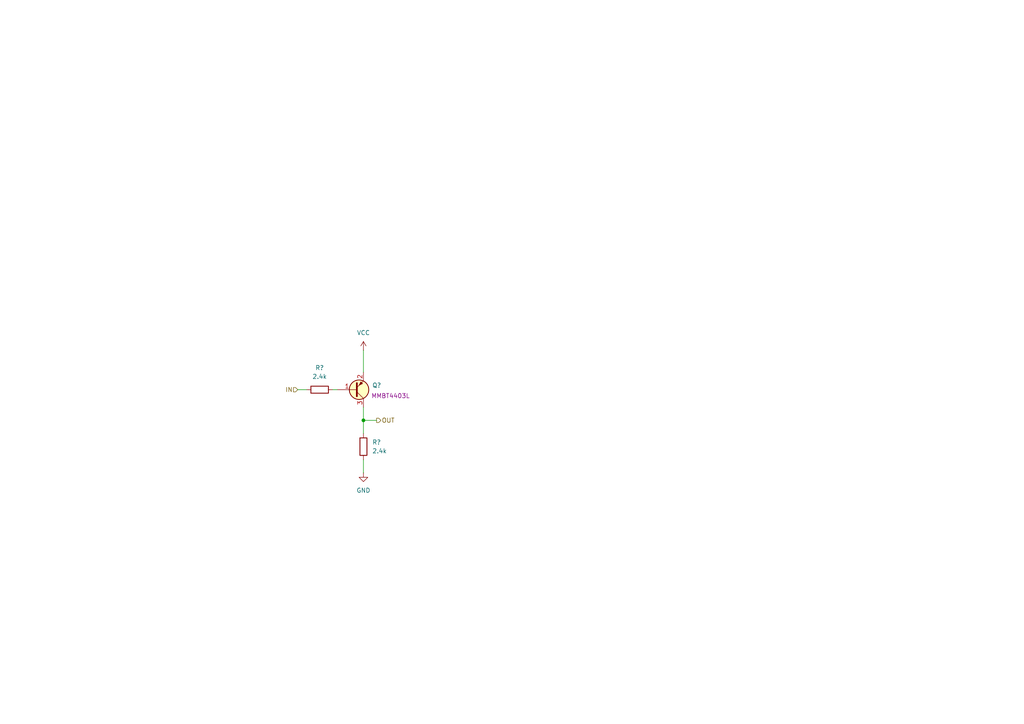
<source format=kicad_sch>
(kicad_sch
	(version 20250114)
	(generator "eeschema")
	(generator_version "9.0")
	(uuid "9040d574-db2f-487b-b70b-85109e1ae05c")
	(paper "A4")
	(lib_symbols
		(symbol "Resistor_AKL:R_0603"
			(pin_numbers
				(hide yes)
			)
			(pin_names
				(offset 0)
			)
			(exclude_from_sim no)
			(in_bom yes)
			(on_board yes)
			(property "Reference" "R"
				(at 2.54 1.27 0)
				(effects
					(font
						(size 1.27 1.27)
					)
					(justify left)
				)
			)
			(property "Value" "R_0603"
				(at 2.54 -1.27 0)
				(effects
					(font
						(size 1.27 1.27)
					)
					(justify left)
				)
			)
			(property "Footprint" "Resistor_SMD_AKL:R_0603_1608Metric"
				(at 0 -11.43 0)
				(effects
					(font
						(size 1.27 1.27)
					)
					(hide yes)
				)
			)
			(property "Datasheet" "~"
				(at 0 0 0)
				(effects
					(font
						(size 1.27 1.27)
					)
					(hide yes)
				)
			)
			(property "Description" "SMD 0603 Chip Resistor, European Symbol, Alternate KiCad Library"
				(at 0 0 0)
				(effects
					(font
						(size 1.27 1.27)
					)
					(hide yes)
				)
			)
			(property "ki_keywords" "R res resistor eu SMD 0603"
				(at 0 0 0)
				(effects
					(font
						(size 1.27 1.27)
					)
					(hide yes)
				)
			)
			(property "ki_fp_filters" "R_*"
				(at 0 0 0)
				(effects
					(font
						(size 1.27 1.27)
					)
					(hide yes)
				)
			)
			(symbol "R_0603_0_1"
				(rectangle
					(start -1.016 2.54)
					(end 1.016 -2.54)
					(stroke
						(width 0.254)
						(type default)
					)
					(fill
						(type none)
					)
				)
			)
			(symbol "R_0603_0_2"
				(polyline
					(pts
						(xy -2.54 -2.54) (xy -1.524 -1.524)
					)
					(stroke
						(width 0)
						(type default)
					)
					(fill
						(type none)
					)
				)
				(polyline
					(pts
						(xy 1.524 1.524) (xy 2.54 2.54)
					)
					(stroke
						(width 0)
						(type default)
					)
					(fill
						(type none)
					)
				)
				(polyline
					(pts
						(xy 1.524 1.524) (xy 0.889 2.159) (xy -2.159 -0.889) (xy -0.889 -2.159) (xy 2.159 0.889) (xy 1.524 1.524)
					)
					(stroke
						(width 0.254)
						(type default)
					)
					(fill
						(type none)
					)
				)
			)
			(symbol "R_0603_1_1"
				(pin passive line
					(at 0 3.81 270)
					(length 1.27)
					(name "~"
						(effects
							(font
								(size 1.27 1.27)
							)
						)
					)
					(number "1"
						(effects
							(font
								(size 1.27 1.27)
							)
						)
					)
				)
				(pin passive line
					(at 0 -3.81 90)
					(length 1.27)
					(name "~"
						(effects
							(font
								(size 1.27 1.27)
							)
						)
					)
					(number "2"
						(effects
							(font
								(size 1.27 1.27)
							)
						)
					)
				)
			)
			(symbol "R_0603_1_2"
				(pin passive line
					(at -2.54 -2.54 0)
					(length 0)
					(name ""
						(effects
							(font
								(size 1.27 1.27)
							)
						)
					)
					(number "2"
						(effects
							(font
								(size 1.27 1.27)
							)
						)
					)
				)
				(pin passive line
					(at 2.54 2.54 180)
					(length 0)
					(name ""
						(effects
							(font
								(size 1.27 1.27)
							)
						)
					)
					(number "1"
						(effects
							(font
								(size 1.27 1.27)
							)
						)
					)
				)
			)
			(embedded_fonts no)
		)
		(symbol "Transistor_BJT_AKL:2SA2018"
			(pin_names
				(hide yes)
			)
			(exclude_from_sim no)
			(in_bom yes)
			(on_board yes)
			(property "Reference" "Q"
				(at 5.08 1.27 0)
				(effects
					(font
						(size 1.27 1.27)
					)
					(justify left)
				)
			)
			(property "Value" "2SA2018"
				(at 5.08 -1.27 0)
				(effects
					(font
						(size 1.27 1.27)
					)
					(justify left)
				)
			)
			(property "Footprint" "Package_TO_SOT_SMD_AKL:SOT-416"
				(at 5.08 -2.54 0)
				(effects
					(font
						(size 1.27 1.27)
					)
					(hide yes)
				)
			)
			(property "Datasheet" "https://www.tme.eu/Document/8bbe87b96a6ee2683f1239fbf67f0559/2sa2018tl-e.pdf"
				(at 0 0 0)
				(effects
					(font
						(size 1.27 1.27)
					)
					(hide yes)
				)
			)
			(property "Description" "PNP SOT-416 transistor, 12V, 500mA, 150mW, Alternate KiCAD Library"
				(at 0 0 0)
				(effects
					(font
						(size 1.27 1.27)
					)
					(hide yes)
				)
			)
			(property "ki_keywords" "transistor PNP 2SA2018"
				(at 0 0 0)
				(effects
					(font
						(size 1.27 1.27)
					)
					(hide yes)
				)
			)
			(symbol "2SA2018_0_1"
				(polyline
					(pts
						(xy 0.635 0.635) (xy 2.54 2.54) (xy 2.54 2.54)
					)
					(stroke
						(width 0)
						(type default)
					)
					(fill
						(type none)
					)
				)
				(polyline
					(pts
						(xy 0.635 -0.635) (xy 2.54 -2.54)
					)
					(stroke
						(width 0)
						(type default)
					)
					(fill
						(type none)
					)
				)
				(polyline
					(pts
						(xy 0.635 -1.905) (xy 0.635 1.905) (xy 0.635 1.905)
					)
					(stroke
						(width 0.508)
						(type default)
					)
					(fill
						(type none)
					)
				)
				(circle
					(center 1.27 0)
					(radius 2.8194)
					(stroke
						(width 0.254)
						(type default)
					)
					(fill
						(type background)
					)
				)
				(polyline
					(pts
						(xy 2.286 1.778) (xy 1.778 2.286) (xy 1.27 1.27) (xy 2.286 1.778) (xy 2.286 1.778)
					)
					(stroke
						(width 0)
						(type default)
					)
					(fill
						(type outline)
					)
				)
			)
			(symbol "2SA2018_1_1"
				(pin input line
					(at -5.08 0 0)
					(length 5.715)
					(name "B"
						(effects
							(font
								(size 1.27 1.27)
							)
						)
					)
					(number "1"
						(effects
							(font
								(size 1.27 1.27)
							)
						)
					)
				)
				(pin passive line
					(at 2.54 5.08 270)
					(length 2.54)
					(name "E"
						(effects
							(font
								(size 1.27 1.27)
							)
						)
					)
					(number "2"
						(effects
							(font
								(size 1.27 1.27)
							)
						)
					)
				)
				(pin passive line
					(at 2.54 -5.08 90)
					(length 2.54)
					(name "C"
						(effects
							(font
								(size 1.27 1.27)
							)
						)
					)
					(number "3"
						(effects
							(font
								(size 1.27 1.27)
							)
						)
					)
				)
			)
			(embedded_fonts no)
		)
		(symbol "power:GND"
			(power)
			(pin_numbers
				(hide yes)
			)
			(pin_names
				(offset 0)
				(hide yes)
			)
			(exclude_from_sim no)
			(in_bom yes)
			(on_board yes)
			(property "Reference" "#PWR"
				(at 0 -6.35 0)
				(effects
					(font
						(size 1.27 1.27)
					)
					(hide yes)
				)
			)
			(property "Value" "GND"
				(at 0 -3.81 0)
				(effects
					(font
						(size 1.27 1.27)
					)
				)
			)
			(property "Footprint" ""
				(at 0 0 0)
				(effects
					(font
						(size 1.27 1.27)
					)
					(hide yes)
				)
			)
			(property "Datasheet" ""
				(at 0 0 0)
				(effects
					(font
						(size 1.27 1.27)
					)
					(hide yes)
				)
			)
			(property "Description" "Power symbol creates a global label with name \"GND\" , ground"
				(at 0 0 0)
				(effects
					(font
						(size 1.27 1.27)
					)
					(hide yes)
				)
			)
			(property "ki_keywords" "global power"
				(at 0 0 0)
				(effects
					(font
						(size 1.27 1.27)
					)
					(hide yes)
				)
			)
			(symbol "GND_0_1"
				(polyline
					(pts
						(xy 0 0) (xy 0 -1.27) (xy 1.27 -1.27) (xy 0 -2.54) (xy -1.27 -1.27) (xy 0 -1.27)
					)
					(stroke
						(width 0)
						(type default)
					)
					(fill
						(type none)
					)
				)
			)
			(symbol "GND_1_1"
				(pin power_in line
					(at 0 0 270)
					(length 0)
					(name "~"
						(effects
							(font
								(size 1.27 1.27)
							)
						)
					)
					(number "1"
						(effects
							(font
								(size 1.27 1.27)
							)
						)
					)
				)
			)
			(embedded_fonts no)
		)
		(symbol "power:VCC"
			(power)
			(pin_numbers
				(hide yes)
			)
			(pin_names
				(offset 0)
				(hide yes)
			)
			(exclude_from_sim no)
			(in_bom yes)
			(on_board yes)
			(property "Reference" "#PWR"
				(at 0 -3.81 0)
				(effects
					(font
						(size 1.27 1.27)
					)
					(hide yes)
				)
			)
			(property "Value" "VCC"
				(at 0 3.556 0)
				(effects
					(font
						(size 1.27 1.27)
					)
				)
			)
			(property "Footprint" ""
				(at 0 0 0)
				(effects
					(font
						(size 1.27 1.27)
					)
					(hide yes)
				)
			)
			(property "Datasheet" ""
				(at 0 0 0)
				(effects
					(font
						(size 1.27 1.27)
					)
					(hide yes)
				)
			)
			(property "Description" "Power symbol creates a global label with name \"VCC\""
				(at 0 0 0)
				(effects
					(font
						(size 1.27 1.27)
					)
					(hide yes)
				)
			)
			(property "ki_keywords" "global power"
				(at 0 0 0)
				(effects
					(font
						(size 1.27 1.27)
					)
					(hide yes)
				)
			)
			(symbol "VCC_0_1"
				(polyline
					(pts
						(xy -0.762 1.27) (xy 0 2.54)
					)
					(stroke
						(width 0)
						(type default)
					)
					(fill
						(type none)
					)
				)
				(polyline
					(pts
						(xy 0 2.54) (xy 0.762 1.27)
					)
					(stroke
						(width 0)
						(type default)
					)
					(fill
						(type none)
					)
				)
				(polyline
					(pts
						(xy 0 0) (xy 0 2.54)
					)
					(stroke
						(width 0)
						(type default)
					)
					(fill
						(type none)
					)
				)
			)
			(symbol "VCC_1_1"
				(pin power_in line
					(at 0 0 90)
					(length 0)
					(name "~"
						(effects
							(font
								(size 1.27 1.27)
							)
						)
					)
					(number "1"
						(effects
							(font
								(size 1.27 1.27)
							)
						)
					)
				)
			)
			(embedded_fonts no)
		)
	)
	(junction
		(at 105.41 121.92)
		(diameter 0)
		(color 0 0 0 0)
		(uuid "60ebc018-5a1e-4518-b5a9-c054ec2ee366")
	)
	(wire
		(pts
			(xy 86.36 113.03) (xy 88.9 113.03)
		)
		(stroke
			(width 0)
			(type default)
		)
		(uuid "6f2739bf-c7f4-413a-9138-a355c346b4cc")
	)
	(wire
		(pts
			(xy 96.52 113.03) (xy 97.79 113.03)
		)
		(stroke
			(width 0)
			(type default)
		)
		(uuid "80cdae50-23db-4ca9-a1a1-a89ce5215d35")
	)
	(wire
		(pts
			(xy 105.41 101.6) (xy 105.41 107.95)
		)
		(stroke
			(width 0)
			(type default)
		)
		(uuid "8cf0bbd1-182e-4c24-aca0-9b7e01ed975d")
	)
	(wire
		(pts
			(xy 105.41 121.92) (xy 109.22 121.92)
		)
		(stroke
			(width 0)
			(type default)
		)
		(uuid "91706f22-8b6f-4454-9dc3-1d45bbd07aa4")
	)
	(wire
		(pts
			(xy 105.41 121.92) (xy 105.41 125.73)
		)
		(stroke
			(width 0)
			(type default)
		)
		(uuid "a29a4133-c8e8-462c-a4cd-7c11414cffc7")
	)
	(wire
		(pts
			(xy 105.41 133.35) (xy 105.41 137.16)
		)
		(stroke
			(width 0)
			(type default)
		)
		(uuid "c396fae8-3c37-497b-88fd-55d88d25b480")
	)
	(wire
		(pts
			(xy 105.41 118.11) (xy 105.41 121.92)
		)
		(stroke
			(width 0)
			(type default)
		)
		(uuid "cc1e3286-2e7e-4089-93b4-ca7c35953c6f")
	)
	(hierarchical_label "OUT"
		(shape output)
		(at 109.22 121.92 0)
		(effects
			(font
				(size 1.27 1.27)
			)
			(justify left)
		)
		(uuid "5845735e-205a-4ba6-b640-b0c6f7d2a04b")
	)
	(hierarchical_label "IN"
		(shape input)
		(at 86.36 113.03 180)
		(effects
			(font
				(size 1.27 1.27)
			)
			(justify right)
		)
		(uuid "c1aa8e03-759f-45cc-a266-5668173f2e9f")
	)
	(symbol
		(lib_id "Resistor_AKL:R_0603")
		(at 105.41 129.54 180)
		(unit 1)
		(exclude_from_sim no)
		(in_bom yes)
		(on_board yes)
		(dnp no)
		(fields_autoplaced yes)
		(uuid "3b3e2b88-8da2-457e-8f8b-31414e379104")
		(property "Reference" "R?"
			(at 107.95 128.2699 0)
			(effects
				(font
					(size 1.27 1.27)
				)
				(justify right)
			)
		)
		(property "Value" "2.4k"
			(at 107.95 130.8099 0)
			(effects
				(font
					(size 1.27 1.27)
				)
				(justify right)
			)
		)
		(property "Footprint" "Resistor_SMD_AKL:R_0603_1608Metric"
			(at 105.41 118.11 0)
			(effects
				(font
					(size 1.27 1.27)
				)
				(hide yes)
			)
		)
		(property "Datasheet" "~"
			(at 105.41 129.54 0)
			(effects
				(font
					(size 1.27 1.27)
				)
				(hide yes)
			)
		)
		(property "Description" "SMD 0603 Chip Resistor, European Symbol, Alternate KiCad Library"
			(at 105.41 129.54 0)
			(effects
				(font
					(size 1.27 1.27)
				)
				(hide yes)
			)
		)
		(pin "2"
			(uuid "f61b1b9f-abaf-4858-b792-d2c290d48c41")
		)
		(pin "1"
			(uuid "0dbf69ce-5a90-4d42-beed-e39686111369")
		)
		(instances
			(project "PLC4UNIPCB"
				(path "/20dd9fa8-33e5-4e01-8b4a-8cb5828152c9/ef44eee8-cd41-4527-92e2-6c408c0d0d91/64ab8d6d-059d-42d1-9a2b-2029e05ddd49"
					(reference "R?")
					(unit 1)
				)
				(path "/20dd9fa8-33e5-4e01-8b4a-8cb5828152c9/ef44eee8-cd41-4527-92e2-6c408c0d0d91/a9ebe30d-0033-46ec-b068-5977fa795ffb"
					(reference "R?")
					(unit 1)
				)
			)
		)
	)
	(symbol
		(lib_id "Transistor_BJT_AKL:2SA2018")
		(at 102.87 113.03 0)
		(unit 1)
		(exclude_from_sim no)
		(in_bom yes)
		(on_board yes)
		(dnp no)
		(uuid "730926b7-5626-4d2b-8b78-9e800d43fc9e")
		(property "Reference" "Q?"
			(at 107.95 111.7599 0)
			(effects
				(font
					(size 1.27 1.27)
				)
				(justify left)
			)
		)
		(property "Value" "2SA2018"
			(at 107.95 114.2999 0)
			(effects
				(font
					(size 1.27 1.27)
				)
				(justify left)
				(hide yes)
			)
		)
		(property "Footprint" "Package_TO_SOT_SMD_AKL:SOT-416"
			(at 107.95 115.57 0)
			(effects
				(font
					(size 1.27 1.27)
				)
				(hide yes)
			)
		)
		(property "Datasheet" "https://www.tme.eu/Document/8bbe87b96a6ee2683f1239fbf67f0559/2sa2018tl-e.pdf"
			(at 102.87 113.03 0)
			(effects
				(font
					(size 1.27 1.27)
				)
				(hide yes)
			)
		)
		(property "Description" "PNP SOT-416 transistor, 12V, 500mA, 150mW, Alternate KiCAD Library"
			(at 102.87 113.03 0)
			(effects
				(font
					(size 1.27 1.27)
				)
				(hide yes)
			)
		)
		(property "Part number" "MMBT4403L"
			(at 113.284 114.808 0)
			(effects
				(font
					(size 1.27 1.27)
				)
			)
		)
		(pin "3"
			(uuid "aaae74e0-aaf7-4d5f-9f20-6bb8229d0836")
		)
		(pin "2"
			(uuid "9b259c69-7090-44f8-8a89-4f6e2249eb9e")
		)
		(pin "1"
			(uuid "b7a8a193-e9e1-4cbf-b4f1-6e856897a6e5")
		)
		(instances
			(project "PLC4UNIPCB"
				(path "/20dd9fa8-33e5-4e01-8b4a-8cb5828152c9/ef44eee8-cd41-4527-92e2-6c408c0d0d91/64ab8d6d-059d-42d1-9a2b-2029e05ddd49"
					(reference "Q?")
					(unit 1)
				)
				(path "/20dd9fa8-33e5-4e01-8b4a-8cb5828152c9/ef44eee8-cd41-4527-92e2-6c408c0d0d91/a9ebe30d-0033-46ec-b068-5977fa795ffb"
					(reference "Q?")
					(unit 1)
				)
			)
		)
	)
	(symbol
		(lib_id "Resistor_AKL:R_0603")
		(at 92.71 113.03 90)
		(unit 1)
		(exclude_from_sim no)
		(in_bom yes)
		(on_board yes)
		(dnp no)
		(fields_autoplaced yes)
		(uuid "803fac91-0e42-4271-97fe-e796b140028b")
		(property "Reference" "R?"
			(at 92.71 106.68 90)
			(effects
				(font
					(size 1.27 1.27)
				)
			)
		)
		(property "Value" "2.4k"
			(at 92.71 109.22 90)
			(effects
				(font
					(size 1.27 1.27)
				)
			)
		)
		(property "Footprint" "Resistor_SMD_AKL:R_0603_1608Metric"
			(at 104.14 113.03 0)
			(effects
				(font
					(size 1.27 1.27)
				)
				(hide yes)
			)
		)
		(property "Datasheet" "~"
			(at 92.71 113.03 0)
			(effects
				(font
					(size 1.27 1.27)
				)
				(hide yes)
			)
		)
		(property "Description" "SMD 0603 Chip Resistor, European Symbol, Alternate KiCad Library"
			(at 92.71 113.03 0)
			(effects
				(font
					(size 1.27 1.27)
				)
				(hide yes)
			)
		)
		(pin "2"
			(uuid "9b3fd8e6-72d1-4ef5-a5ca-0d1dde543b0b")
		)
		(pin "1"
			(uuid "347f1c5f-c4e0-436c-95a0-e2f146f2dd99")
		)
		(instances
			(project "PLC4UNIPCB"
				(path "/20dd9fa8-33e5-4e01-8b4a-8cb5828152c9/ef44eee8-cd41-4527-92e2-6c408c0d0d91/64ab8d6d-059d-42d1-9a2b-2029e05ddd49"
					(reference "R?")
					(unit 1)
				)
				(path "/20dd9fa8-33e5-4e01-8b4a-8cb5828152c9/ef44eee8-cd41-4527-92e2-6c408c0d0d91/a9ebe30d-0033-46ec-b068-5977fa795ffb"
					(reference "R?")
					(unit 1)
				)
			)
		)
	)
	(symbol
		(lib_id "power:VCC")
		(at 105.41 101.6 0)
		(unit 1)
		(exclude_from_sim no)
		(in_bom yes)
		(on_board yes)
		(dnp no)
		(fields_autoplaced yes)
		(uuid "baddd7ed-fdd7-46c6-8d19-b968d5213dad")
		(property "Reference" "#PWR017"
			(at 105.41 105.41 0)
			(effects
				(font
					(size 1.27 1.27)
				)
				(hide yes)
			)
		)
		(property "Value" "VCC"
			(at 105.41 96.52 0)
			(effects
				(font
					(size 1.27 1.27)
				)
			)
		)
		(property "Footprint" ""
			(at 105.41 101.6 0)
			(effects
				(font
					(size 1.27 1.27)
				)
				(hide yes)
			)
		)
		(property "Datasheet" ""
			(at 105.41 101.6 0)
			(effects
				(font
					(size 1.27 1.27)
				)
				(hide yes)
			)
		)
		(property "Description" "Power symbol creates a global label with name \"VCC\""
			(at 105.41 101.6 0)
			(effects
				(font
					(size 1.27 1.27)
				)
				(hide yes)
			)
		)
		(pin "1"
			(uuid "8d573431-6b6a-4ed0-81e5-20c8399f7aad")
		)
		(instances
			(project "PLC4UNIPCB"
				(path "/20dd9fa8-33e5-4e01-8b4a-8cb5828152c9/ef44eee8-cd41-4527-92e2-6c408c0d0d91/64ab8d6d-059d-42d1-9a2b-2029e05ddd49"
					(reference "#PWR017")
					(unit 1)
				)
				(path "/20dd9fa8-33e5-4e01-8b4a-8cb5828152c9/ef44eee8-cd41-4527-92e2-6c408c0d0d91/a9ebe30d-0033-46ec-b068-5977fa795ffb"
					(reference "#PWR019")
					(unit 1)
				)
			)
		)
	)
	(symbol
		(lib_id "power:GND")
		(at 105.41 137.16 0)
		(unit 1)
		(exclude_from_sim no)
		(in_bom yes)
		(on_board yes)
		(dnp no)
		(uuid "c3cef807-f49d-48c8-b4fa-adc72932095a")
		(property "Reference" "#PWR018"
			(at 105.41 143.51 0)
			(effects
				(font
					(size 1.27 1.27)
				)
				(hide yes)
			)
		)
		(property "Value" "GND"
			(at 105.41 142.24 0)
			(effects
				(font
					(size 1.27 1.27)
				)
			)
		)
		(property "Footprint" ""
			(at 105.41 137.16 0)
			(effects
				(font
					(size 1.27 1.27)
				)
				(hide yes)
			)
		)
		(property "Datasheet" ""
			(at 105.41 137.16 0)
			(effects
				(font
					(size 1.27 1.27)
				)
				(hide yes)
			)
		)
		(property "Description" "Power symbol creates a global label with name \"GND\" , ground"
			(at 105.41 137.16 0)
			(effects
				(font
					(size 1.27 1.27)
				)
				(hide yes)
			)
		)
		(pin "1"
			(uuid "08e08478-ec73-498b-a7b8-b95027bdbb4f")
		)
		(instances
			(project "PLC4UNIPCB"
				(path "/20dd9fa8-33e5-4e01-8b4a-8cb5828152c9/ef44eee8-cd41-4527-92e2-6c408c0d0d91/64ab8d6d-059d-42d1-9a2b-2029e05ddd49"
					(reference "#PWR018")
					(unit 1)
				)
				(path "/20dd9fa8-33e5-4e01-8b4a-8cb5828152c9/ef44eee8-cd41-4527-92e2-6c408c0d0d91/a9ebe30d-0033-46ec-b068-5977fa795ffb"
					(reference "#PWR020")
					(unit 1)
				)
			)
		)
	)
)

</source>
